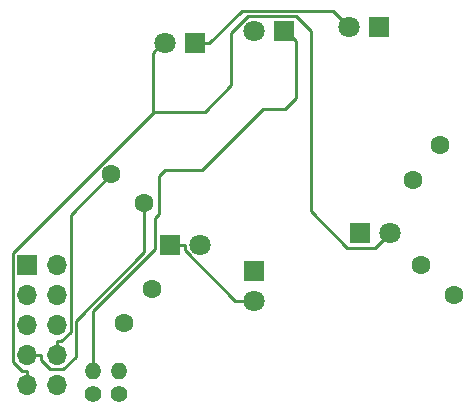
<source format=gbr>
%TF.GenerationSoftware,KiCad,Pcbnew,7.0.9*%
%TF.CreationDate,2024-01-20T08:14:18+10:00*%
%TF.ProjectId,DUAL NEEDLE-V03,4455414c-204e-4454-9544-4c452d563033,rev?*%
%TF.SameCoordinates,Original*%
%TF.FileFunction,Copper,L2,Bot*%
%TF.FilePolarity,Positive*%
%FSLAX46Y46*%
G04 Gerber Fmt 4.6, Leading zero omitted, Abs format (unit mm)*
G04 Created by KiCad (PCBNEW 7.0.9) date 2024-01-20 08:14:18*
%MOMM*%
%LPD*%
G01*
G04 APERTURE LIST*
%TA.AperFunction,ComponentPad*%
%ADD10C,1.400000*%
%TD*%
%TA.AperFunction,ComponentPad*%
%ADD11O,1.400000X1.400000*%
%TD*%
%TA.AperFunction,ComponentPad*%
%ADD12R,1.700000X1.700000*%
%TD*%
%TA.AperFunction,ComponentPad*%
%ADD13O,1.700000X1.700000*%
%TD*%
%TA.AperFunction,ComponentPad*%
%ADD14R,1.800000X1.800000*%
%TD*%
%TA.AperFunction,ComponentPad*%
%ADD15C,1.800000*%
%TD*%
%TA.AperFunction,ComponentPad*%
%ADD16C,1.600000*%
%TD*%
%TA.AperFunction,Conductor*%
%ADD17C,0.250000*%
%TD*%
G04 APERTURE END LIST*
D10*
%TO.P,R1,1*%
%TO.N,/LED-12V*%
X127650000Y-104955000D03*
D11*
%TO.P,R1,2*%
%TO.N,Net-(D1-Pad1)*%
X127650000Y-103055000D03*
%TD*%
D10*
%TO.P,R2,1*%
%TO.N,unconnected-(R2-Pad1)*%
X129850000Y-104950000D03*
D11*
%TO.P,R2,2*%
%TO.N,Net-(D4-Pad1)*%
X129850000Y-103050000D03*
%TD*%
D12*
%TO.P,J1,1,Pin_1*%
%TO.N,/STEPPER-1-1*%
X122050000Y-94070000D03*
D13*
%TO.P,J1,2,Pin_2*%
%TO.N,/STEPPER-2-1*%
X124590000Y-94070000D03*
%TO.P,J1,3,Pin_3*%
%TO.N,/STEPPER-1-2*%
X122050000Y-96610000D03*
%TO.P,J1,4,Pin_4*%
%TO.N,/STEPPER-2-2*%
X124590000Y-96610000D03*
%TO.P,J1,5,Pin_5*%
%TO.N,/STEPPER-1-3*%
X122050000Y-99150000D03*
%TO.P,J1,6,Pin_6*%
%TO.N,/STEPPER-2-3*%
X124590000Y-99150000D03*
%TO.P,J1,7,Pin_7*%
%TO.N,/STEPPER-1-4*%
X122050000Y-101690000D03*
%TO.P,J1,8,Pin_8*%
%TO.N,/STEPPER-2-4*%
X124590000Y-101690000D03*
%TO.P,J1,9,Pin_9*%
%TO.N,/LED+12V*%
X122050000Y-104230000D03*
%TO.P,J1,10,Pin_10*%
%TO.N,/LED-12V*%
X124590000Y-104230000D03*
%TD*%
D14*
%TO.P,D5,1,K*%
%TO.N,Net-(D4-Pad2)*%
X134200000Y-92350000D03*
D15*
%TO.P,D5,2,A*%
%TO.N,Net-(D5-Pad2)*%
X136740000Y-92350000D03*
%TD*%
D14*
%TO.P,D4,1,K*%
%TO.N,Net-(D4-Pad1)*%
X141325000Y-94550000D03*
D15*
%TO.P,D4,2,A*%
%TO.N,Net-(D4-Pad2)*%
X141325000Y-97090000D03*
%TD*%
D14*
%TO.P,D6,1,K*%
%TO.N,Net-(D5-Pad2)*%
X150250000Y-91350000D03*
D15*
%TO.P,D6,2,A*%
%TO.N,/LED+12V*%
X152790000Y-91350000D03*
%TD*%
D14*
%TO.P,D3,1,K*%
%TO.N,Net-(D2-Pad2)*%
X136300000Y-75250000D03*
D15*
%TO.P,D3,2,A*%
%TO.N,/LED+12V*%
X133760000Y-75250000D03*
%TD*%
D14*
%TO.P,D2,1,K*%
%TO.N,Net-(D1-Pad2)*%
X151900000Y-73914000D03*
D15*
%TO.P,D2,2,A*%
%TO.N,Net-(D2-Pad2)*%
X149360000Y-73914000D03*
%TD*%
D16*
%TO.P,U1,1*%
%TO.N,/STEPPER-1-1*%
X154793030Y-86814823D03*
%TO.P,U1,2*%
%TO.N,/STEPPER-1-2*%
X155425781Y-94047197D03*
%TO.P,U1,3*%
%TO.N,/STEPPER-1-3*%
X132652770Y-96039577D03*
%TO.P,U1,4*%
%TO.N,/STEPPER-1-4*%
X132020019Y-88807203D03*
%TO.P,U1,5*%
%TO.N,/STEPPER-2-1*%
X157085429Y-83873836D03*
%TO.P,U1,6*%
%TO.N,/STEPPER-2-2*%
X158223936Y-96542818D03*
%TO.P,U1,7*%
%TO.N,/STEPPER-2-3*%
X130330485Y-98983179D03*
%TO.P,U1,8*%
%TO.N,/STEPPER-2-4*%
X129221864Y-86311582D03*
%TD*%
D14*
%TO.P,D1,1,K*%
%TO.N,Net-(D1-Pad1)*%
X143800000Y-74250000D03*
D15*
%TO.P,D1,2,A*%
%TO.N,Net-(D1-Pad2)*%
X141260000Y-74250000D03*
%TD*%
D17*
%TO.N,Net-(D4-Pad2)*%
X139705800Y-97090000D02*
X141325000Y-97090000D01*
X135425300Y-92809500D02*
X139705800Y-97090000D01*
X135425300Y-92350000D02*
X135425300Y-92809500D01*
X134200000Y-92350000D02*
X135425300Y-92350000D01*
%TO.N,/STEPPER-2-4*%
X124957400Y-100514700D02*
X124590000Y-100514700D01*
X125765300Y-99706800D02*
X124957400Y-100514700D01*
X125765300Y-89768200D02*
X125765300Y-99706800D01*
X129221900Y-86311600D02*
X125765300Y-89768200D01*
X124590000Y-101690000D02*
X124590000Y-100514700D01*
%TO.N,/STEPPER-1-4*%
X123225300Y-102057400D02*
X123225300Y-101690000D01*
X124033200Y-102865300D02*
X123225300Y-102057400D01*
X125149200Y-102865300D02*
X124033200Y-102865300D01*
X126216200Y-101798300D02*
X125149200Y-102865300D01*
X126216200Y-98748500D02*
X126216200Y-101798300D01*
X132020000Y-92944700D02*
X126216200Y-98748500D01*
X132020000Y-88807200D02*
X132020000Y-92944700D01*
X122050000Y-101690000D02*
X123225300Y-101690000D01*
%TO.N,/LED+12V*%
X122050000Y-104230000D02*
X122050000Y-103054700D01*
X121682600Y-103054700D02*
X122050000Y-103054700D01*
X120874700Y-102246800D02*
X121682600Y-103054700D01*
X120874700Y-93024000D02*
X120874700Y-102246800D01*
X132851500Y-81047200D02*
X120874700Y-93024000D01*
X137165600Y-81047200D02*
X132851500Y-81047200D01*
X139392500Y-78820300D02*
X137165600Y-81047200D01*
X139392500Y-74384600D02*
X139392500Y-78820300D01*
X140814000Y-72963100D02*
X139392500Y-74384600D01*
X144812100Y-72963100D02*
X140814000Y-72963100D01*
X146120500Y-74271500D02*
X144812100Y-72963100D01*
X146120500Y-89493300D02*
X146120500Y-74271500D01*
X149202600Y-92575400D02*
X146120500Y-89493300D01*
X151564600Y-92575400D02*
X149202600Y-92575400D01*
X152790000Y-91350000D02*
X151564600Y-92575400D01*
X133539900Y-75250000D02*
X133760000Y-75250000D01*
X132724600Y-76065300D02*
X133539900Y-75250000D01*
X132724600Y-80920300D02*
X132724600Y-76065300D01*
X132851500Y-81047200D02*
X132724600Y-80920300D01*
%TO.N,Net-(D2-Pad2)*%
X140262600Y-72512700D02*
X137525300Y-75250000D01*
X147958700Y-72512700D02*
X140262600Y-72512700D01*
X149360000Y-73914000D02*
X147958700Y-72512700D01*
X136300000Y-75250000D02*
X137525300Y-75250000D01*
%TO.N,Net-(D1-Pad1)*%
X127650000Y-97951600D02*
X127650000Y-103055000D01*
X132881800Y-92719800D02*
X127650000Y-97951600D01*
X132881800Y-90025400D02*
X132881800Y-92719800D01*
X133224600Y-89682600D02*
X132881800Y-90025400D01*
X133224600Y-86498400D02*
X133224600Y-89682600D01*
X133733500Y-85989500D02*
X133224600Y-86498400D01*
X136904300Y-85989500D02*
X133733500Y-85989500D01*
X142059400Y-80834400D02*
X136904300Y-85989500D01*
X143940100Y-80834400D02*
X142059400Y-80834400D01*
X144890000Y-79884500D02*
X143940100Y-80834400D01*
X144890000Y-75079700D02*
X144890000Y-79884500D01*
X144060300Y-74250000D02*
X144890000Y-75079700D01*
X143800000Y-74250000D02*
X144060300Y-74250000D01*
%TD*%
M02*

</source>
